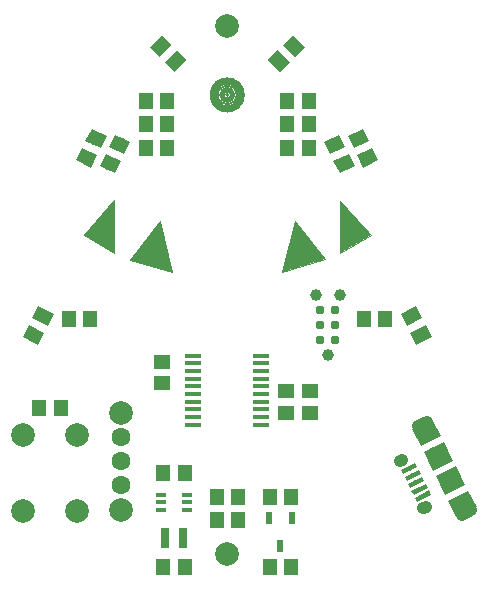
<source format=gts>
G04 #@! TF.FileFunction,Soldermask,Top*
%FSLAX46Y46*%
G04 Gerber Fmt 4.6, Leading zero omitted, Abs format (unit mm)*
G04 Created by KiCad (PCBNEW 201609280951+7255~55~ubuntu14.04.1-) date Wed Oct 12 05:15:32 2016*
%MOMM*%
%LPD*%
G01*
G04 APERTURE LIST*
%ADD10C,0.100000*%
%ADD11C,0.200000*%
%ADD12C,2.000000*%
%ADD13C,1.600000*%
%ADD14R,1.150000X1.450000*%
%ADD15R,1.450000X1.150000*%
%ADD16C,1.150000*%
%ADD17R,0.800000X1.700000*%
%ADD18C,0.400000*%
%ADD19C,1.000000*%
%ADD20C,1.000000*%
%ADD21C,1.800000*%
%ADD22C,1.575000*%
%ADD23R,0.950000X0.400000*%
%ADD24R,0.600000X1.000000*%
%ADD25C,0.787000*%
%ADD26R,1.350000X0.450000*%
G04 APERTURE END LIST*
D10*
D11*
X130100000Y-93500000D02*
G75*
G03X130100000Y-93500000I-100000J0D01*
G01*
X130300000Y-93500000D02*
G75*
G03X130300000Y-93500000I-300000J0D01*
G01*
X130452769Y-93500000D02*
G75*
G03X130452769Y-93500000I-452769J0D01*
G01*
X130600000Y-93500000D02*
G75*
G03X130600000Y-93500000I-600000J0D01*
G01*
X130800000Y-93500000D02*
G75*
G03X130800000Y-93500000I-800000J0D01*
G01*
X130950000Y-93500000D02*
G75*
G03X130950000Y-93500000I-950000J0D01*
G01*
X131100000Y-93500000D02*
G75*
G03X131100000Y-93500000I-1100000J0D01*
G01*
X131250000Y-93500000D02*
G75*
G03X131250000Y-93500000I-1250000J0D01*
G01*
X131408013Y-93500000D02*
G75*
G03X131408013Y-93500000I-1408013J0D01*
G01*
D12*
X112750000Y-128750000D03*
X117250000Y-128750000D03*
X117250000Y-122250000D03*
X112750000Y-122250000D03*
X130000000Y-87650000D03*
X130000000Y-132350000D03*
D13*
X121000000Y-124500000D03*
X121000000Y-126500000D03*
X121000000Y-122500000D03*
D12*
X121000000Y-120400000D03*
X121000000Y-128600000D03*
D14*
X130900000Y-127500000D03*
X129100000Y-127500000D03*
X124900000Y-98000000D03*
X123100000Y-98000000D03*
X116600000Y-112500000D03*
X118400000Y-112500000D03*
X124900000Y-96000000D03*
X123100000Y-96000000D03*
X123100000Y-94000000D03*
X124900000Y-94000000D03*
X141600000Y-112500000D03*
X143400000Y-112500000D03*
X136900000Y-94000000D03*
X135100000Y-94000000D03*
X135100000Y-96000000D03*
X136900000Y-96000000D03*
X136900000Y-98000000D03*
X135100000Y-98000000D03*
X130900000Y-129500000D03*
X129100000Y-129500000D03*
X114100000Y-120000000D03*
X115900000Y-120000000D03*
X124600000Y-125500000D03*
X126400000Y-125500000D03*
X135400000Y-127500000D03*
X133600000Y-127500000D03*
X133600000Y-133500000D03*
X135400000Y-133500000D03*
X124600000Y-133500000D03*
X126400000Y-133500000D03*
D15*
X124500000Y-116100000D03*
X124500000Y-117900000D03*
X137000000Y-118600000D03*
X137000000Y-120400000D03*
X135000000Y-120400000D03*
X135000000Y-118600000D03*
D16*
X118902983Y-97195261D03*
D10*
G36*
X119293783Y-98034025D02*
X117997260Y-97384774D01*
X118512183Y-96356497D01*
X119808706Y-97005748D01*
X119293783Y-98034025D01*
X119293783Y-98034025D01*
G37*
D16*
X118097017Y-98804739D03*
D10*
G36*
X118487817Y-99643503D02*
X117191294Y-98994252D01*
X117706217Y-97965975D01*
X119002740Y-98615226D01*
X118487817Y-99643503D01*
X118487817Y-99643503D01*
G37*
D16*
X139902983Y-99304739D03*
D10*
G36*
X140808706Y-99494252D02*
X139512183Y-100143503D01*
X138997260Y-99115226D01*
X140293783Y-98465975D01*
X140808706Y-99494252D01*
X140808706Y-99494252D01*
G37*
D16*
X139097017Y-97695261D03*
D10*
G36*
X140002740Y-97884774D02*
X138706217Y-98534025D01*
X138191294Y-97505748D01*
X139487817Y-96856497D01*
X140002740Y-97884774D01*
X140002740Y-97884774D01*
G37*
D16*
X141097017Y-97195261D03*
D10*
G36*
X142002740Y-97384774D02*
X140706217Y-98034025D01*
X140191294Y-97005748D01*
X141487817Y-96356497D01*
X142002740Y-97384774D01*
X142002740Y-97384774D01*
G37*
D16*
X141902983Y-98804739D03*
D10*
G36*
X142808706Y-98994252D02*
X141512183Y-99643503D01*
X140997260Y-98615226D01*
X142293783Y-97965975D01*
X142808706Y-98994252D01*
X142808706Y-98994252D01*
G37*
D16*
X135636396Y-89363604D03*
D10*
G36*
X135530330Y-88444365D02*
X136555635Y-89469670D01*
X135742462Y-90282843D01*
X134717157Y-89257538D01*
X135530330Y-88444365D01*
X135530330Y-88444365D01*
G37*
D16*
X134363604Y-90636396D03*
D10*
G36*
X134257538Y-89717157D02*
X135282843Y-90742462D01*
X134469670Y-91555635D01*
X133444365Y-90530330D01*
X134257538Y-89717157D01*
X134257538Y-89717157D01*
G37*
D16*
X145597017Y-112195261D03*
D10*
G36*
X146502740Y-112384774D02*
X145206217Y-113034025D01*
X144691294Y-112005748D01*
X145987817Y-111356497D01*
X146502740Y-112384774D01*
X146502740Y-112384774D01*
G37*
D16*
X146402983Y-113804739D03*
D10*
G36*
X147308706Y-113994252D02*
X146012183Y-114643503D01*
X145497260Y-113615226D01*
X146793783Y-112965975D01*
X147308706Y-113994252D01*
X147308706Y-113994252D01*
G37*
D16*
X120097017Y-99304739D03*
D10*
G36*
X120487817Y-100143503D02*
X119191294Y-99494252D01*
X119706217Y-98465975D01*
X121002740Y-99115226D01*
X120487817Y-100143503D01*
X120487817Y-100143503D01*
G37*
D16*
X120902983Y-97695261D03*
D10*
G36*
X121293783Y-98534025D02*
X119997260Y-97884774D01*
X120512183Y-96856497D01*
X121808706Y-97505748D01*
X121293783Y-98534025D01*
X121293783Y-98534025D01*
G37*
D16*
X114402983Y-112195261D03*
D10*
G36*
X114793783Y-113034025D02*
X113497260Y-112384774D01*
X114012183Y-111356497D01*
X115308706Y-112005748D01*
X114793783Y-113034025D01*
X114793783Y-113034025D01*
G37*
D16*
X113597017Y-113804739D03*
D10*
G36*
X113987817Y-114643503D02*
X112691294Y-113994252D01*
X113206217Y-112965975D01*
X114502740Y-113615226D01*
X113987817Y-114643503D01*
X113987817Y-114643503D01*
G37*
D16*
X124363604Y-89363604D03*
D10*
G36*
X123444365Y-89469670D02*
X124469670Y-88444365D01*
X125282843Y-89257538D01*
X124257538Y-90282843D01*
X123444365Y-89469670D01*
X123444365Y-89469670D01*
G37*
D16*
X125636396Y-90636396D03*
D10*
G36*
X124717157Y-90742462D02*
X125742462Y-89717157D01*
X126555635Y-90530330D01*
X125530330Y-91555635D01*
X124717157Y-90742462D01*
X124717157Y-90742462D01*
G37*
D17*
X126250000Y-131000000D03*
X124750000Y-131000000D03*
D18*
X146000000Y-126300000D03*
D10*
G36*
X146693106Y-126176593D02*
X145485998Y-126781068D01*
X145306894Y-126423407D01*
X146514002Y-125818932D01*
X146693106Y-126176593D01*
X146693106Y-126176593D01*
G37*
D18*
X145708957Y-125718799D03*
D10*
G36*
X146402063Y-125595392D02*
X145194955Y-126199867D01*
X145015851Y-125842206D01*
X146222959Y-125237731D01*
X146402063Y-125595392D01*
X146402063Y-125595392D01*
G37*
D18*
X146291044Y-126881200D03*
D10*
G36*
X146984150Y-126757793D02*
X145777042Y-127362268D01*
X145597938Y-127004607D01*
X146805046Y-126400132D01*
X146984150Y-126757793D01*
X146984150Y-126757793D01*
G37*
D18*
X146582087Y-127462400D03*
D10*
G36*
X147275193Y-127338993D02*
X146068085Y-127943468D01*
X145888981Y-127585807D01*
X147096089Y-126981332D01*
X147275193Y-127338993D01*
X147275193Y-127338993D01*
G37*
D18*
X145417914Y-125137599D03*
D10*
G36*
X146111020Y-125014192D02*
X144903912Y-125618667D01*
X144724808Y-125261006D01*
X145931916Y-124656531D01*
X146111020Y-125014192D01*
X146111020Y-125014192D01*
G37*
D19*
X144713136Y-124456028D03*
D20*
X144601367Y-124511998D02*
X144824905Y-124400058D01*
D19*
X146705664Y-128435014D03*
D20*
X146593895Y-128490984D02*
X146817433Y-128379044D01*
D21*
X147876940Y-124073967D03*
D10*
G36*
X149129370Y-124453335D02*
X147430477Y-125304077D01*
X146624510Y-123694599D01*
X148323403Y-122843857D01*
X149129370Y-124453335D01*
X149129370Y-124453335D01*
G37*
D21*
X148906786Y-126130521D03*
D10*
G36*
X150159216Y-126509889D02*
X148460323Y-127360631D01*
X147654356Y-125751153D01*
X149353249Y-124900411D01*
X150159216Y-126509889D01*
X150159216Y-126509889D01*
G37*
D22*
X146875079Y-122073297D03*
D10*
G36*
X148077136Y-122352072D02*
X146378243Y-123202815D01*
X145673022Y-121794522D01*
X147371915Y-120943779D01*
X148077136Y-122352072D01*
X148077136Y-122352072D01*
G37*
D19*
X146522469Y-121369150D03*
D20*
X146120100Y-121570642D02*
X146924838Y-121167658D01*
D22*
X149908647Y-128131191D03*
D10*
G36*
X151110704Y-128409966D02*
X149411811Y-129260709D01*
X148706590Y-127852416D01*
X150405483Y-127001673D01*
X151110704Y-128409966D01*
X151110704Y-128409966D01*
G37*
D19*
X150261257Y-128835338D03*
D20*
X149858888Y-129036830D02*
X150663626Y-128633846D01*
D23*
X126600000Y-128650000D03*
X126600000Y-128000000D03*
X126600000Y-127350000D03*
X124400000Y-127350000D03*
X124400000Y-128000000D03*
X124400000Y-128650000D03*
D24*
X135450000Y-129350000D03*
X133550000Y-129350000D03*
X134500000Y-131650000D03*
D25*
X139140000Y-114270000D03*
X137870000Y-114270000D03*
X139140000Y-113000000D03*
X137870000Y-113000000D03*
X139140000Y-111730000D03*
X137870000Y-111730000D03*
D19*
X138505000Y-115540000D03*
X139521000Y-110460000D03*
X137489000Y-110460000D03*
D26*
X127125000Y-115575000D03*
X127125000Y-116225000D03*
X127125000Y-116875000D03*
X127125000Y-117525000D03*
X127125000Y-118175000D03*
X127125000Y-118825000D03*
X127125000Y-119475000D03*
X127125000Y-120125000D03*
X127125000Y-120775000D03*
X127125000Y-121425000D03*
X132875000Y-121425000D03*
X132875000Y-120775000D03*
X132875000Y-120125000D03*
X132875000Y-119475000D03*
X132875000Y-118825000D03*
X132875000Y-118175000D03*
X132875000Y-117525000D03*
X132875000Y-116875000D03*
X132875000Y-116225000D03*
X132875000Y-115575000D03*
D10*
G36*
X120450000Y-106912250D02*
X117877122Y-105387582D01*
X120450000Y-102433536D01*
X120450000Y-106912250D01*
X120450000Y-106912250D01*
G37*
X120450000Y-106912250D02*
X117877122Y-105387582D01*
X120450000Y-102433536D01*
X120450000Y-106912250D01*
G36*
X125330744Y-108527247D02*
X121783786Y-107472746D01*
X124276243Y-104213379D01*
X125330744Y-108527247D01*
X125330744Y-108527247D01*
G37*
X125330744Y-108527247D02*
X121783786Y-107472746D01*
X124276243Y-104213379D01*
X125330744Y-108527247D01*
G36*
X138266090Y-107423434D02*
X134670497Y-108526083D01*
X135773145Y-104211371D01*
X138266090Y-107423434D01*
X138266090Y-107423434D01*
G37*
X138266090Y-107423434D02*
X134670497Y-108526083D01*
X135773145Y-104211371D01*
X138266090Y-107423434D01*
G36*
X142171049Y-105387104D02*
X139550000Y-106864422D01*
X139550000Y-102480122D01*
X142171049Y-105387104D01*
X142171049Y-105387104D01*
G37*
X142171049Y-105387104D02*
X139550000Y-106864422D01*
X139550000Y-102480122D01*
X142171049Y-105387104D01*
M02*

</source>
